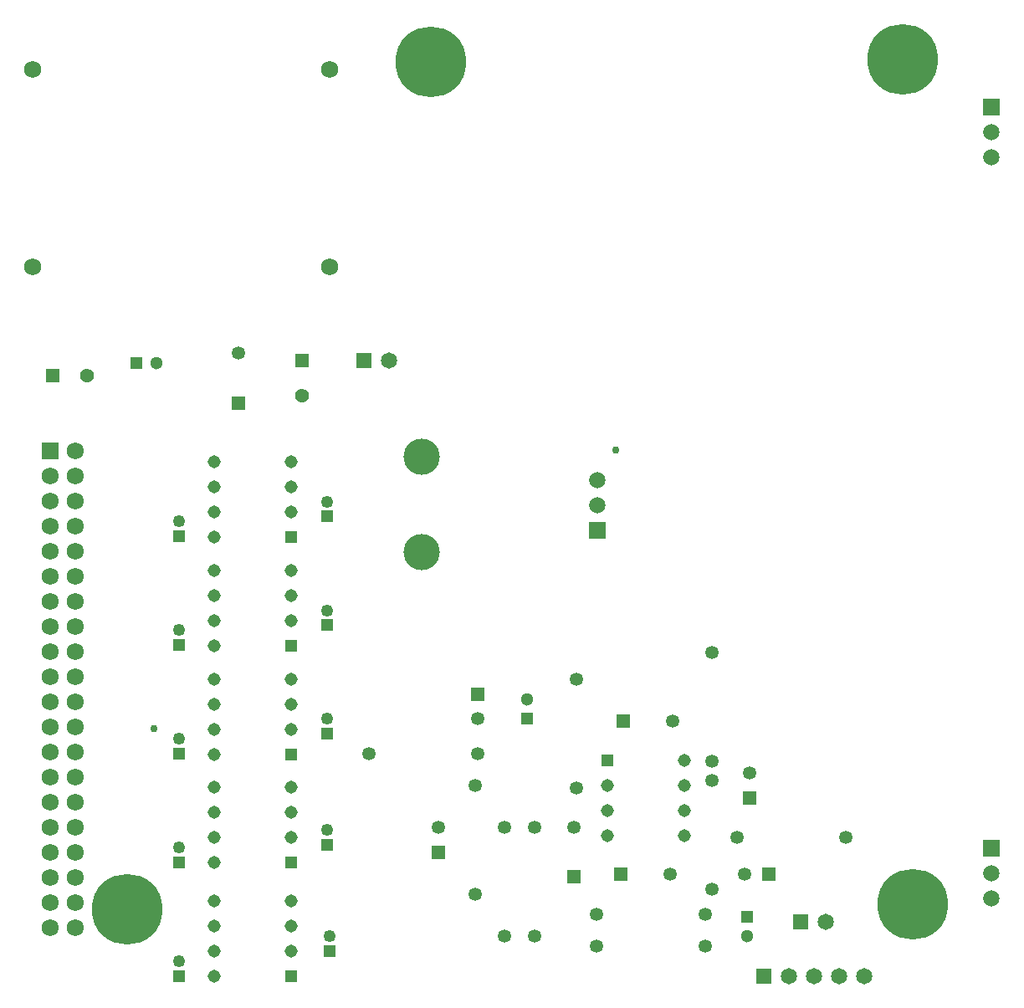
<source format=gts>
G04*
G04 #@! TF.GenerationSoftware,Altium Limited,Altium Designer,23.1.1 (15)*
G04*
G04 Layer_Color=8388736*
%FSLAX44Y44*%
%MOMM*%
G71*
G04*
G04 #@! TF.SameCoordinates,B4DDBA6E-A5DF-4BEF-8E9B-D6B716FEC55F*
G04*
G04*
G04 #@! TF.FilePolarity,Negative*
G04*
G01*
G75*
%ADD13C,1.2500*%
%ADD14R,1.2500X1.2500*%
%ADD15R,1.4250X1.4250*%
%ADD16C,1.4250*%
%ADD17R,1.3500X1.3500*%
%ADD18C,1.3500*%
%ADD19C,1.3000*%
%ADD20R,1.3000X1.3000*%
%ADD21R,1.4250X1.4250*%
%ADD22C,1.7250*%
%ADD23R,1.7250X1.7250*%
%ADD24R,1.6500X1.6500*%
%ADD25C,1.6500*%
%ADD26R,1.3500X1.3500*%
%ADD27R,1.3000X1.3000*%
%ADD28R,1.3090X1.3090*%
%ADD29C,1.3090*%
%ADD30R,1.6580X1.6580*%
%ADD31C,1.6580*%
%ADD32C,7.1500*%
%ADD33C,1.7500*%
%ADD34C,3.6660*%
%ADD35C,0.7500*%
D13*
X162500Y37500D02*
D03*
X315000Y62500D02*
D03*
X312500Y282500D02*
D03*
X162500Y152500D02*
D03*
Y262500D02*
D03*
Y372500D02*
D03*
Y482500D02*
D03*
X312500Y502500D02*
D03*
Y170000D02*
D03*
Y392500D02*
D03*
D14*
X162500Y22500D02*
D03*
X315000Y47500D02*
D03*
X312500Y267500D02*
D03*
X162500Y137500D02*
D03*
Y247500D02*
D03*
Y357500D02*
D03*
Y467500D02*
D03*
X312500Y487500D02*
D03*
Y155000D02*
D03*
Y377500D02*
D03*
D15*
X287500Y645000D02*
D03*
D16*
Y610000D02*
D03*
X70000Y630000D02*
D03*
D17*
X222500Y602500D02*
D03*
X425100Y147500D02*
D03*
X740000Y202500D02*
D03*
X562500Y122500D02*
D03*
X465000Y307500D02*
D03*
D18*
X222500Y652500D02*
D03*
X662500Y280000D02*
D03*
X425100Y172500D02*
D03*
X355000Y247500D02*
D03*
X465000D02*
D03*
X462500Y105000D02*
D03*
Y215000D02*
D03*
X565000Y322500D02*
D03*
Y212500D02*
D03*
X702500Y110000D02*
D03*
Y220000D02*
D03*
X740000Y227500D02*
D03*
X585000Y85000D02*
D03*
X695000D02*
D03*
X727500Y162500D02*
D03*
X837500D02*
D03*
X735000Y125000D02*
D03*
X585000Y52500D02*
D03*
X695000D02*
D03*
X660000Y125000D02*
D03*
X562500Y172500D02*
D03*
X465000Y282500D02*
D03*
X522500Y172500D02*
D03*
Y62500D02*
D03*
X492500Y172500D02*
D03*
Y62500D02*
D03*
X702500Y350000D02*
D03*
Y240000D02*
D03*
D19*
X140000Y642500D02*
D03*
X737500Y62500D02*
D03*
X515000Y302500D02*
D03*
D20*
X120000Y642500D02*
D03*
D21*
X35000Y630000D02*
D03*
D22*
X32100Y198300D02*
D03*
Y147500D02*
D03*
Y172900D02*
D03*
Y122100D02*
D03*
Y71300D02*
D03*
Y96700D02*
D03*
Y503100D02*
D03*
Y452300D02*
D03*
Y477700D02*
D03*
Y528500D02*
D03*
Y376100D02*
D03*
Y325300D02*
D03*
Y350700D02*
D03*
Y401500D02*
D03*
Y426900D02*
D03*
X57500Y223700D02*
D03*
Y172900D02*
D03*
Y198300D02*
D03*
X32100Y249100D02*
D03*
Y223700D02*
D03*
X57500Y249100D02*
D03*
Y122100D02*
D03*
Y71300D02*
D03*
Y96700D02*
D03*
Y147500D02*
D03*
X32100Y299900D02*
D03*
Y274500D02*
D03*
X57500Y452300D02*
D03*
Y528500D02*
D03*
Y553900D02*
D03*
Y477700D02*
D03*
Y503100D02*
D03*
Y325300D02*
D03*
Y274500D02*
D03*
Y299900D02*
D03*
Y401500D02*
D03*
Y426900D02*
D03*
Y350700D02*
D03*
Y376100D02*
D03*
D23*
X32100Y553900D02*
D03*
D24*
X792100Y77500D02*
D03*
X754200Y22500D02*
D03*
X350000Y645000D02*
D03*
D25*
X817500Y77500D02*
D03*
X779600Y22500D02*
D03*
X805000D02*
D03*
X830400D02*
D03*
X855800D02*
D03*
X375400Y645000D02*
D03*
D26*
X612500Y280000D02*
D03*
X760000Y125000D02*
D03*
X610000D02*
D03*
D27*
X737500Y82500D02*
D03*
X515000Y282500D02*
D03*
D28*
X595950Y240600D02*
D03*
X276550Y137100D02*
D03*
Y21900D02*
D03*
Y466900D02*
D03*
Y356900D02*
D03*
Y246900D02*
D03*
D29*
X595950Y215200D02*
D03*
Y189800D02*
D03*
Y164400D02*
D03*
X674050D02*
D03*
Y189800D02*
D03*
Y215200D02*
D03*
Y240600D02*
D03*
X198450Y137100D02*
D03*
Y187900D02*
D03*
Y213300D02*
D03*
Y162500D02*
D03*
X276550Y213300D02*
D03*
Y187900D02*
D03*
Y162500D02*
D03*
X198450Y21900D02*
D03*
Y72700D02*
D03*
Y98100D02*
D03*
Y47300D02*
D03*
X276550Y98100D02*
D03*
Y72700D02*
D03*
Y47300D02*
D03*
Y492300D02*
D03*
Y517700D02*
D03*
Y543100D02*
D03*
X198450Y492300D02*
D03*
Y543100D02*
D03*
Y517700D02*
D03*
Y466900D02*
D03*
Y356900D02*
D03*
Y407700D02*
D03*
Y433100D02*
D03*
Y382300D02*
D03*
X276550Y433100D02*
D03*
Y407700D02*
D03*
Y382300D02*
D03*
X198450Y246900D02*
D03*
Y297700D02*
D03*
Y323100D02*
D03*
Y272300D02*
D03*
X276550Y323100D02*
D03*
Y297700D02*
D03*
Y272300D02*
D03*
D30*
X984790Y151670D02*
D03*
Y901670D02*
D03*
X585691Y473330D02*
D03*
D31*
X984790Y126270D02*
D03*
Y100870D02*
D03*
Y876270D02*
D03*
Y850870D02*
D03*
X585691Y524130D02*
D03*
Y498730D02*
D03*
D32*
X895000Y950000D02*
D03*
X417500Y947500D02*
D03*
X905000Y95000D02*
D03*
X110000Y90000D02*
D03*
D33*
X15000Y740000D02*
D03*
X315000D02*
D03*
X15000Y940000D02*
D03*
X315000D02*
D03*
D34*
X407891Y548260D02*
D03*
Y451740D02*
D03*
D35*
X605000Y555000D02*
D03*
X137500Y272500D02*
D03*
M02*

</source>
